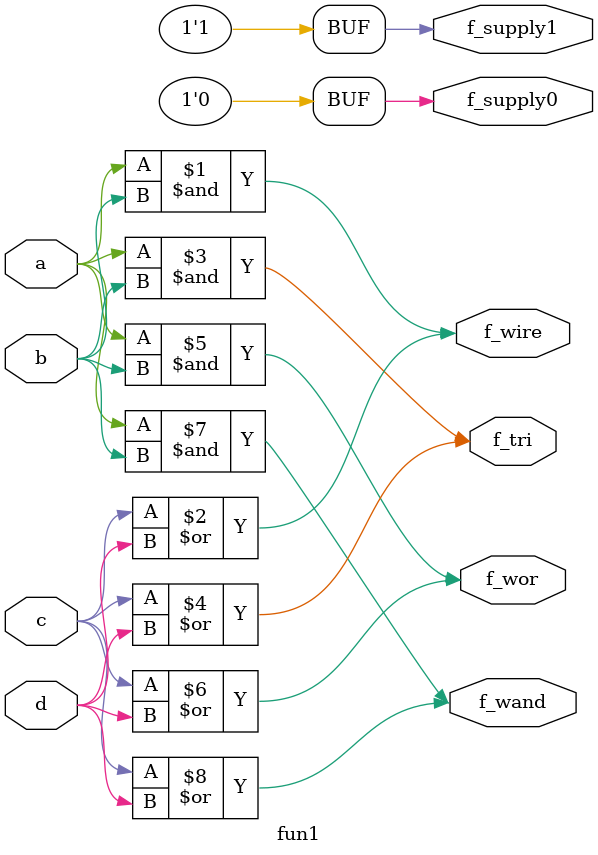
<source format=v>
module fun1(a,b,c,d,f_wire,f_tri,f_wor,f_wand,f_supply0,f_supply1);
    input a,b,c,d;
    output f_wire,f_tri,f_wor,f_wand,f_supply0,f_supply1;
    wire f_wire;
    tri f_tri;
    wor f_wor;
    wand f_wand;
    supply0 f_supply0;
    supply1 f_supply1;

    assign f_wire = (a&b);
    assign f_wire = (c|d);
    assign f_tri = (a&b);
    assign f_tri = (c|d);
    assign f_wor = (a&b);
    assign f_wor = (c|d);
    assign f_wand = (a&b);
    assign f_wand = (c|d);
    assign f_supply0 = (a&b);
    assign f_supply0 = (c|d);
    assign f_supply1 = (a&b);
    assign f_supply1 = (c|d);

endmodule

</source>
